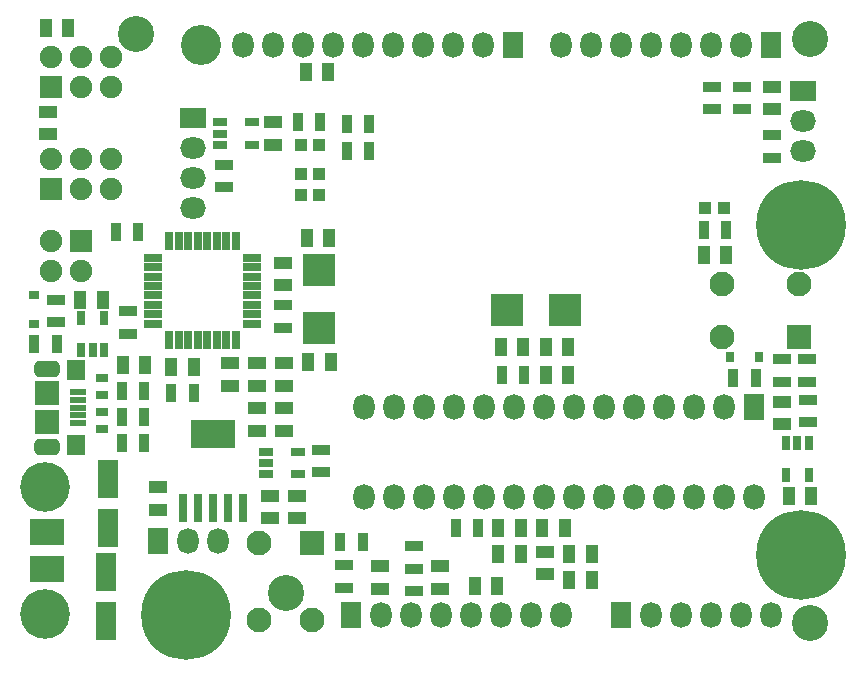
<source format=gts>
G04*
G04 #@! TF.GenerationSoftware,Altium Limited,Altium Designer,21.6.4 (81)*
G04*
G04 Layer_Color=8388736*
%FSLAX44Y44*%
%MOMM*%
G71*
G04*
G04 #@! TF.SameCoordinates,5A2D479A-7A81-4301-8FED-CA8905A59E07*
G04*
G04*
G04 #@! TF.FilePolarity,Negative*
G04*
G01*
G75*
%ADD34R,0.9000X1.5000*%
%ADD35R,1.5000X0.9000*%
%ADD36R,0.8858X0.7588*%
%ADD37R,0.7588X0.8858*%
%ADD38R,3.7000X2.4000*%
%ADD39R,0.8000X2.4000*%
%ADD40R,2.8000X2.7000*%
%ADD41R,2.7000X2.8000*%
%ADD42R,1.2000X0.7500*%
%ADD43R,0.7500X1.2000*%
%ADD44R,1.8000X3.2000*%
%ADD45C,3.0480*%
%ADD46R,2.9000X2.2000*%
%ADD47R,1.0000X1.0000*%
%ADD48R,1.4500X0.5000*%
%ADD49R,1.6000X1.8000*%
%ADD50R,2.1000X2.1000*%
%ADD51R,0.6700X1.6200*%
%ADD52R,1.6200X0.6700*%
%ADD53R,1.1000X0.8000*%
%ADD54R,1.1000X1.5000*%
%ADD55R,1.5000X1.1000*%
%ADD56C,2.1000*%
%ADD57R,2.1000X2.1000*%
%ADD58C,3.4000*%
%ADD59C,4.2000*%
%ADD60R,1.8000X2.2000*%
%ADD61O,1.8000X2.2000*%
%ADD62O,2.2000X1.8000*%
%ADD63R,2.2000X1.8000*%
%ADD64C,7.6000*%
%ADD65C,1.9000*%
%ADD66R,1.9000X1.9000*%
G04:AMPARAMS|DCode=67|XSize=2.2mm|YSize=1.4mm|CornerRadius=0.46mm|HoleSize=0mm|Usage=FLASHONLY|Rotation=0.000|XOffset=0mm|YOffset=0mm|HoleType=Round|Shape=RoundedRectangle|*
%AMROUNDEDRECTD67*
21,1,2.2000,0.4800,0,0,0.0*
21,1,1.2800,1.4000,0,0,0.0*
1,1,0.9200,0.6400,-0.2400*
1,1,0.9200,-0.6400,-0.2400*
1,1,0.9200,-0.6400,0.2400*
1,1,0.9200,0.6400,0.2400*
%
%ADD67ROUNDEDRECTD67*%
D34*
X253500Y443000D02*
D03*
X234500D02*
D03*
X578500Y351000D02*
D03*
X597500D02*
D03*
X295250Y441500D02*
D03*
X276250D02*
D03*
Y418500D02*
D03*
X295250D02*
D03*
X146500Y213000D02*
D03*
X127500D02*
D03*
X99500Y350000D02*
D03*
X80500D02*
D03*
X104500Y215000D02*
D03*
X85500D02*
D03*
Y193000D02*
D03*
X104500D02*
D03*
Y171000D02*
D03*
X85500D02*
D03*
X387500Y99250D02*
D03*
X368500D02*
D03*
X407500Y229000D02*
D03*
X426500D02*
D03*
X11500Y255000D02*
D03*
X30500D02*
D03*
X289500Y87000D02*
D03*
X270500D02*
D03*
X622500Y226000D02*
D03*
X603500D02*
D03*
D35*
X172000Y387500D02*
D03*
Y406500D02*
D03*
X222000Y268500D02*
D03*
Y287500D02*
D03*
X611000Y472500D02*
D03*
Y453500D02*
D03*
X585000D02*
D03*
Y472500D02*
D03*
X636000Y431750D02*
D03*
Y412750D02*
D03*
X333000Y83500D02*
D03*
Y64500D02*
D03*
Y45500D02*
D03*
Y64500D02*
D03*
X254000Y165500D02*
D03*
Y146500D02*
D03*
X644750Y222750D02*
D03*
Y241750D02*
D03*
X91000Y282500D02*
D03*
Y263500D02*
D03*
X30000Y273500D02*
D03*
Y292500D02*
D03*
X666750Y207750D02*
D03*
Y188750D02*
D03*
X274000Y67500D02*
D03*
Y48500D02*
D03*
X665750Y222750D02*
D03*
Y241750D02*
D03*
D36*
X11000Y296192D02*
D03*
Y271808D02*
D03*
D37*
X625192Y243500D02*
D03*
X600808D02*
D03*
D38*
X163000Y178250D02*
D03*
D39*
Y116250D02*
D03*
X150300D02*
D03*
X137600D02*
D03*
X188400D02*
D03*
X175700D02*
D03*
D40*
X253000Y268500D02*
D03*
Y317500D02*
D03*
D41*
X460500Y284000D02*
D03*
X411500D02*
D03*
D42*
X168500Y442500D02*
D03*
Y433000D02*
D03*
Y423500D02*
D03*
X195500Y442500D02*
D03*
Y423500D02*
D03*
X207500Y163500D02*
D03*
Y154000D02*
D03*
Y144500D02*
D03*
X234500Y163500D02*
D03*
Y144500D02*
D03*
D43*
X51500Y249500D02*
D03*
X61000D02*
D03*
X70500D02*
D03*
X51500Y276500D02*
D03*
X70500D02*
D03*
X667250Y171000D02*
D03*
X657750D02*
D03*
X648250D02*
D03*
X667250Y144000D02*
D03*
X648250D02*
D03*
D44*
X74000Y140500D02*
D03*
Y99500D02*
D03*
X72000Y61500D02*
D03*
Y20500D02*
D03*
D45*
X225000Y44000D02*
D03*
X668000Y19000D02*
D03*
Y513000D02*
D03*
X98000Y517000D02*
D03*
D46*
X22000Y96000D02*
D03*
Y64000D02*
D03*
D47*
X237000Y423000D02*
D03*
X253000D02*
D03*
X579750Y370000D02*
D03*
X595750D02*
D03*
X237000Y399000D02*
D03*
X253000D02*
D03*
X237000Y381000D02*
D03*
X253000D02*
D03*
D48*
X48745Y188000D02*
D03*
Y194500D02*
D03*
Y201000D02*
D03*
Y207500D02*
D03*
Y214000D02*
D03*
D49*
X46495Y169000D02*
D03*
Y233000D02*
D03*
D50*
X21995Y189000D02*
D03*
Y213000D02*
D03*
X247000Y86000D02*
D03*
D51*
X182000Y258000D02*
D03*
X174000D02*
D03*
X166000D02*
D03*
X158000D02*
D03*
X150000D02*
D03*
X142000D02*
D03*
X134000D02*
D03*
X126000D02*
D03*
Y342000D02*
D03*
X134000D02*
D03*
X142000D02*
D03*
X150000D02*
D03*
X166000D02*
D03*
X174000D02*
D03*
X182000D02*
D03*
X158000D02*
D03*
D52*
X112000Y272000D02*
D03*
Y280000D02*
D03*
Y288000D02*
D03*
Y296000D02*
D03*
Y304000D02*
D03*
Y312000D02*
D03*
Y320000D02*
D03*
Y328000D02*
D03*
X196000D02*
D03*
Y320000D02*
D03*
Y312000D02*
D03*
Y304000D02*
D03*
Y296000D02*
D03*
Y288000D02*
D03*
Y280000D02*
D03*
Y272000D02*
D03*
D53*
X69000Y226500D02*
D03*
Y211500D02*
D03*
Y182500D02*
D03*
Y197500D02*
D03*
D54*
X403500Y50000D02*
D03*
X384500D02*
D03*
X597250Y330000D02*
D03*
X578250D02*
D03*
X146500Y235000D02*
D03*
X127500D02*
D03*
X261500Y345000D02*
D03*
X242500D02*
D03*
X262500Y240000D02*
D03*
X243500D02*
D03*
X40500Y522000D02*
D03*
X21500D02*
D03*
X464500Y77250D02*
D03*
X483500D02*
D03*
X444500Y229000D02*
D03*
X463500D02*
D03*
X260500Y485000D02*
D03*
X241500D02*
D03*
X404500Y77250D02*
D03*
X423500D02*
D03*
X404500Y99250D02*
D03*
X423500D02*
D03*
X460500D02*
D03*
X441500D02*
D03*
X406500Y252000D02*
D03*
X425500D02*
D03*
X463500D02*
D03*
X444500D02*
D03*
X69500Y292000D02*
D03*
X50500D02*
D03*
X669500Y126000D02*
D03*
X650500D02*
D03*
X105500Y237000D02*
D03*
X86500D02*
D03*
X464500Y55250D02*
D03*
X483500D02*
D03*
D55*
X304000Y66500D02*
D03*
Y47500D02*
D03*
X355000Y66500D02*
D03*
Y47500D02*
D03*
X214000Y423500D02*
D03*
Y442500D02*
D03*
X223000Y219500D02*
D03*
Y238500D02*
D03*
X200000Y238500D02*
D03*
Y219500D02*
D03*
X222000Y304500D02*
D03*
Y323500D02*
D03*
X177000Y219500D02*
D03*
Y238500D02*
D03*
X23000Y451250D02*
D03*
Y432250D02*
D03*
X636000Y453500D02*
D03*
Y472500D02*
D03*
X116000Y133500D02*
D03*
Y114500D02*
D03*
X211000Y107500D02*
D03*
Y126500D02*
D03*
X223000Y200500D02*
D03*
Y181500D02*
D03*
X234000Y126500D02*
D03*
Y107500D02*
D03*
X644750Y186750D02*
D03*
Y205750D02*
D03*
X200000Y181500D02*
D03*
Y200500D02*
D03*
X444000Y59750D02*
D03*
Y78750D02*
D03*
D56*
X202000Y86000D02*
D03*
Y21000D02*
D03*
X247000D02*
D03*
X594250Y261000D02*
D03*
Y306000D02*
D03*
X659250D02*
D03*
D57*
Y261000D02*
D03*
D58*
X152400Y508000D02*
D03*
D59*
X21000Y26000D02*
D03*
Y134000D02*
D03*
D60*
X416560Y508000D02*
D03*
X279400Y25400D02*
D03*
X635000Y508000D02*
D03*
X508000Y25400D02*
D03*
X116200Y88000D02*
D03*
X620650Y201930D02*
D03*
D61*
X391160Y508000D02*
D03*
X365760D02*
D03*
X340360D02*
D03*
X314960D02*
D03*
X289560D02*
D03*
X264160D02*
D03*
X238760D02*
D03*
X213360D02*
D03*
X187960D02*
D03*
X304800Y25400D02*
D03*
X330200D02*
D03*
X355600D02*
D03*
X381000D02*
D03*
X406400D02*
D03*
X431800D02*
D03*
X457200D02*
D03*
X609600Y508000D02*
D03*
X584200D02*
D03*
X558800D02*
D03*
X533400D02*
D03*
X508000D02*
D03*
X482600D02*
D03*
X457200D02*
D03*
X635000Y25400D02*
D03*
X609600D02*
D03*
X584200D02*
D03*
X558800D02*
D03*
X533400D02*
D03*
X167000Y88000D02*
D03*
X141600D02*
D03*
X290450Y125730D02*
D03*
X315850D02*
D03*
X341250D02*
D03*
X366650D02*
D03*
X392050D02*
D03*
X417450D02*
D03*
X442850D02*
D03*
X468250D02*
D03*
X493650D02*
D03*
X519050D02*
D03*
X544450D02*
D03*
X569850D02*
D03*
X595250D02*
D03*
X620650D02*
D03*
X290450Y201930D02*
D03*
X315850D02*
D03*
X341250D02*
D03*
X366650D02*
D03*
X392050D02*
D03*
X417450D02*
D03*
X442850D02*
D03*
X468250D02*
D03*
X493650D02*
D03*
X519050D02*
D03*
X544450D02*
D03*
X569850D02*
D03*
X595250D02*
D03*
D62*
X146000Y369800D02*
D03*
Y395200D02*
D03*
Y420600D02*
D03*
X662000Y418200D02*
D03*
Y443600D02*
D03*
D63*
X146000Y446000D02*
D03*
X662000Y469000D02*
D03*
D64*
X139700Y25400D02*
D03*
X660400Y76200D02*
D03*
Y355600D02*
D03*
D65*
X76200Y411480D02*
D03*
X50800D02*
D03*
X25400D02*
D03*
X76200Y386080D02*
D03*
X50800D02*
D03*
X76200Y497840D02*
D03*
X50800D02*
D03*
X25400D02*
D03*
X76200Y472440D02*
D03*
X50800D02*
D03*
X25400Y316600D02*
D03*
X50800D02*
D03*
X25400Y342000D02*
D03*
D66*
Y386080D02*
D03*
Y472440D02*
D03*
X50800Y342000D02*
D03*
D67*
X21995Y168000D02*
D03*
Y234000D02*
D03*
M02*

</source>
